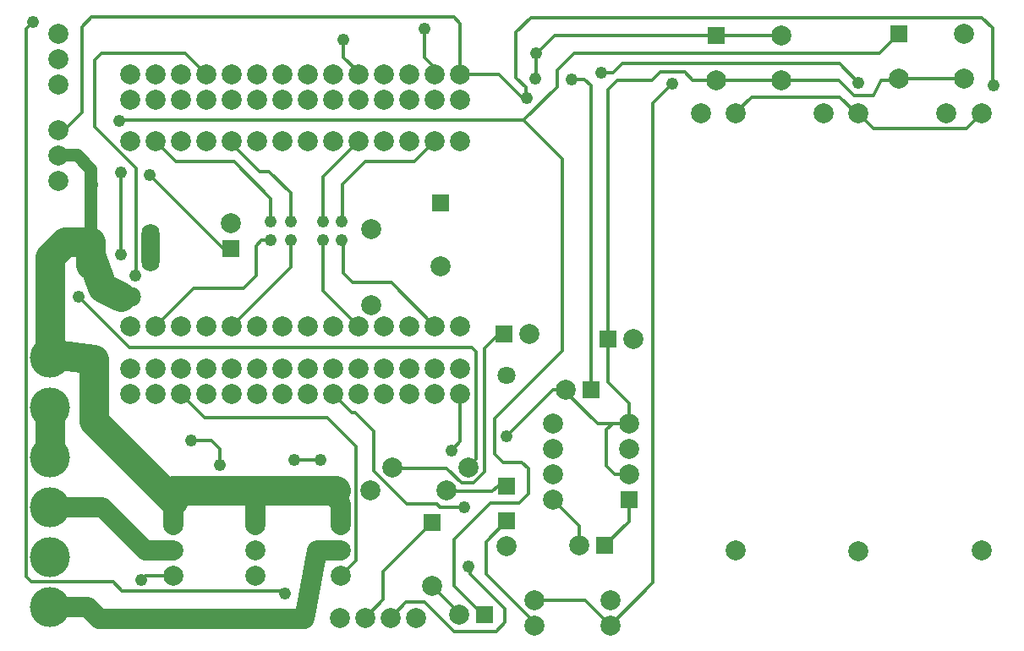
<source format=gbr>
G04 DipTrace 2.3.0.3*
%INBottom.gbr*%
%MOIN*%
%ADD13C,0.049*%
%ADD15C,0.0128*%
%ADD16C,0.079*%
%ADD17C,0.118*%
%ADD18C,0.0787*%
%ADD19C,0.013*%
%ADD23C,0.0787*%
%ADD24R,0.07X0.07*%
%ADD25C,0.0709*%
%ADD26O,0.0709X0.189*%
%ADD27O,0.0787X0.1575*%
%ADD28O,0.1575X0.0787*%
%ADD29C,0.079*%
%ADD31C,0.1575*%
%FSLAX44Y44*%
G04*
G70*
G90*
G75*
G01*
%LNBottom*%
%LPD*%
X38887Y26219D2*
D15*
X41446D1*
X31669Y26149D2*
X34229D1*
X36523D1*
X37105Y25567D1*
X37879D1*
X38180Y26149D1*
X38817D1*
X38887Y26219D1*
X10277Y8625D2*
D16*
Y9576D1*
D17*
X7141Y12711D1*
Y15139D1*
X5358Y15380D1*
X5407Y15216D1*
X16889Y8633D2*
D18*
Y9441D1*
X16326Y10003D1*
X13493D1*
Y8615D1*
X10277Y9576D2*
D17*
Y10003D1*
X13493D1*
X31669Y26149D2*
D19*
X30751D1*
X30428Y26501D1*
X29487D1*
X29135Y26149D1*
X27767D1*
X27407Y25789D1*
Y15965D1*
X28243Y12619D2*
X27594D1*
X27347Y12373D1*
Y10946D1*
X27674Y10619D1*
X28243D1*
X21579Y13780D2*
Y11917D1*
X21228Y11566D1*
X28243Y12619D2*
X26999D1*
X25648Y13971D1*
X25737D1*
X27407Y15965D2*
Y14253D1*
X28243Y13417D1*
Y12619D1*
X20477Y6215D2*
X21553Y5139D1*
Y5094D1*
X5407Y15216D2*
D17*
Y19184D1*
X6012Y19790D1*
X7015D1*
Y19544D1*
X8196Y17615D2*
X7484Y17998D1*
X7032Y19204D1*
X7015Y18900D1*
Y19544D1*
D18*
D3*
D17*
D3*
X5757Y23195D2*
D13*
Y23210D1*
X6468D1*
X7015Y22663D1*
Y22067D1*
Y19790D1*
X16665Y10003D2*
D17*
X13493D1*
X25737Y13971D2*
D19*
X25258D1*
X23416Y12128D1*
X7039Y22067D2*
D13*
X7015D1*
X24215Y25446D2*
D19*
Y25559D1*
X24166Y25510D1*
Y25880D1*
X23791Y26255D1*
Y28067D1*
X24361Y28637D1*
X42152D1*
X42580Y28208D1*
Y25942D1*
X42605D1*
X21579Y26375D2*
X23108D1*
X24037Y25446D1*
X24215D1*
X21915Y7003D2*
X21978D1*
Y6696D1*
X23356Y5318D1*
Y4779D1*
X22997Y4421D1*
X21357D1*
X20191Y5587D1*
X19449D1*
X18828Y4966D1*
X42132Y24851D2*
X41539Y24258D1*
X37880D1*
X37291Y24847D1*
X37200D1*
X36542Y25504D1*
X33067D1*
X32446Y24884D1*
Y24851D1*
X21579Y26375D2*
Y28393D1*
X21326Y28646D1*
X7055D1*
X6671Y28262D1*
Y24886D1*
X5979Y24195D1*
X5757D1*
X16903Y20604D2*
D15*
X16951Y20556D1*
Y22040D1*
X17854Y22942D1*
X19770D1*
X20578Y23750D1*
X16160Y20591D2*
X16182D1*
Y22354D1*
X17578Y23750D1*
X14910Y20591D2*
Y21714D1*
X14052Y22572D1*
X13660D1*
X12560Y23672D1*
Y23750D1*
X12578D1*
X14097Y20591D2*
X13959D1*
X14108Y20442D1*
Y21498D1*
X12665Y22942D1*
X10386D1*
X9578Y23750D1*
X14097Y19841D2*
X13751D1*
X13544Y19633D1*
Y18466D1*
X13049Y17971D1*
X11083D1*
X9579Y16468D1*
X14910Y19841D2*
Y18798D1*
X12579Y16468D1*
X16160Y19841D2*
X16191D1*
Y17857D1*
X17579Y16468D1*
X16903Y19841D2*
X16966Y19903D1*
Y18556D1*
X17336Y18186D1*
X18861D1*
X20579Y16468D1*
X5407Y13247D2*
D17*
Y11279D1*
X16070Y11190D2*
D19*
X15040D1*
Y11191D1*
X21894Y10903D2*
D15*
X22214Y11224D1*
Y15444D1*
X22030Y15629D1*
X8527D1*
X6531Y17624D1*
X20477Y8715D2*
D19*
X18535Y6774D1*
Y5673D1*
X17828Y4966D1*
X8217Y22513D2*
Y19376D1*
X8117Y19270D1*
X8202Y19298D1*
X8769Y18441D2*
X8809Y18627D1*
Y22688D1*
X7191Y24306D1*
Y26964D1*
X7451Y27224D1*
X10731D1*
X11579Y26375D1*
X12102Y11003D2*
Y11628D1*
X11789Y11941D1*
X10977D1*
X9010Y6464D2*
X9171Y6625D1*
X10277D1*
X10579Y13780D2*
X11514Y12845D1*
X16347D1*
X17478Y11715D1*
Y7222D1*
X16889Y6633D1*
X27139Y26451D2*
X27596D1*
X27978Y26833D1*
X36526D1*
X37292Y26067D1*
X21728Y9316D2*
X20790D1*
X20663Y9443D1*
X19475D1*
X18180Y10739D1*
Y12319D1*
X17458Y13040D1*
X17319D1*
X16579Y13780D1*
X23415Y8781D2*
X22603Y7969D1*
Y6690D1*
X24510Y4783D1*
Y4662D1*
X23416Y10164D2*
X23061D1*
X22841Y9944D1*
X21055D1*
Y9977D1*
X27284Y7806D2*
X28243Y8765D1*
Y9619D1*
X26284Y7806D2*
Y8578D1*
X25243Y9619D1*
X24510Y5652D2*
X26521D1*
X27510Y4662D1*
X20165Y28193D2*
Y27067D1*
X20857Y26375D1*
X20579D1*
X27510Y4662D2*
X29188Y6340D1*
Y25264D1*
X29946Y26023D1*
X23308Y16155D2*
D15*
Y16189D1*
X23150D1*
X22538Y15577D1*
Y10708D1*
X22125Y10294D1*
X21627D1*
X21050Y10871D1*
X18985D1*
X18929Y10903D1*
X18894D1*
X4742Y28455D2*
D19*
X4469Y28181D1*
Y6599D1*
X4681Y6386D1*
X7899D1*
X8253Y6032D1*
X14572D1*
X14688Y5916D1*
X9349Y22438D2*
Y22419D1*
X12243Y19525D1*
X12542D1*
X10277Y7625D2*
D18*
X9175D1*
X7490Y9310D1*
X5407D1*
X16889Y7633D2*
X15946D1*
X15429Y4929D1*
X7354D1*
X6910Y5373D1*
X5407D1*
X31669Y27921D2*
D15*
X34229D1*
X31669D2*
D19*
X25297D1*
X24609Y27234D1*
X24563D1*
X16977Y27755D2*
Y27067D1*
X17669Y26375D1*
X17579D1*
X24531Y26218D2*
X24563D1*
Y27234D1*
X26737Y13971D2*
Y25941D1*
X26489Y26188D1*
X25992D1*
X8140Y24563D2*
D15*
Y24576D1*
X21966D1*
D19*
X24086D1*
X25617Y23046D1*
Y15492D1*
X22952Y12828D1*
Y11432D1*
X23283Y11101D1*
X24018D1*
X24267Y10852D1*
Y9848D1*
X23894Y9475D1*
X22778D1*
X21353Y8050D1*
Y6227D1*
X22485Y5094D1*
X22553D1*
X38887Y27991D2*
X38107Y27210D1*
X26069D1*
X25400Y26542D1*
Y25889D1*
X24086Y24576D1*
D13*
X6531Y17624D3*
X14097Y20591D3*
X14910D3*
X14097Y19841D3*
X14910D3*
X16903Y20604D3*
Y19841D3*
X16160D3*
Y20591D3*
X27139Y26451D3*
X37292Y26067D3*
X8202Y19298D3*
X8217Y22513D3*
X23416Y12128D3*
X7039Y22067D3*
X9349Y22438D3*
X8140Y24563D3*
X21228Y11566D3*
X24215Y25446D3*
X15040Y11191D3*
X16070Y11190D3*
X8769Y18441D3*
X10977Y11941D3*
X12102Y11003D3*
X9010Y6464D3*
X21728Y9316D3*
X29946Y26023D3*
X20165Y28193D3*
X16977Y27755D3*
X24563Y27234D3*
X24531Y26218D3*
X25992Y26188D3*
X42605Y25942D3*
X21915Y7003D3*
X14688Y5916D3*
X4742Y28455D3*
D23*
X5757Y24195D3*
Y23195D3*
Y22195D3*
Y27995D3*
Y26995D3*
Y25995D3*
D24*
X23415Y8781D3*
D16*
Y7781D3*
D24*
X27284Y7806D3*
D16*
X26284D3*
X24308Y16155D3*
D24*
X23308D3*
D16*
X20477Y6215D3*
D24*
Y8715D3*
D16*
X21553Y5094D3*
D24*
X22553D3*
D16*
X25737Y13971D3*
D24*
X26737D3*
D16*
X20799Y18815D3*
D24*
Y21315D3*
X23416Y10164D3*
D25*
Y14514D3*
D23*
X13493Y8615D3*
Y7615D3*
Y6615D3*
X10277Y8625D3*
Y7625D3*
Y6625D3*
X16889Y8633D3*
Y7633D3*
Y6633D3*
X8578Y23750D3*
X9578D3*
X10578D3*
X11578D3*
X12578D3*
X13578D3*
X14578D3*
X15578D3*
X16578D3*
X17578D3*
X18578D3*
X19578D3*
X20578D3*
X21578D3*
X21579Y16468D3*
X20579D3*
X19579D3*
X18579D3*
X17579D3*
X16579D3*
X15579D3*
X14579D3*
X13579D3*
X12579D3*
X11579D3*
X10579D3*
X9579D3*
X8579D3*
X21579Y26375D3*
X20579D3*
X19579D3*
X18579D3*
X17579D3*
X16579D3*
X15579D3*
X14579D3*
X13579D3*
X12579D3*
X11579D3*
X10579D3*
X9579D3*
X8579D3*
Y25375D3*
X9579D3*
X10579D3*
X11579D3*
X12579D3*
X13579D3*
X14579D3*
X15579D3*
X16579D3*
X17579D3*
X18579D3*
X19579D3*
X20579D3*
X21579D3*
Y14780D3*
X20579D3*
X19579D3*
X18579D3*
X17579D3*
X16579D3*
X15579D3*
X14579D3*
X13579D3*
X12579D3*
X11579D3*
X10579D3*
X9579D3*
X8579D3*
Y13780D3*
X9579D3*
X10579D3*
X11579D3*
X12579D3*
X13579D3*
X14579D3*
X15579D3*
X16579D3*
X17579D3*
X18579D3*
X19579D3*
X20579D3*
X21579D3*
D26*
X9377Y19544D3*
D27*
X7015D3*
D28*
X8196Y17615D3*
D16*
X28407Y15965D3*
D24*
X27407D3*
X28243Y9619D3*
D29*
Y10619D3*
Y11619D3*
Y12619D3*
X25243D3*
Y11619D3*
Y10619D3*
Y9619D3*
D24*
X12542Y19525D3*
D29*
Y20525D3*
D16*
X18055Y9977D3*
D29*
X21055D3*
D16*
X27510Y5652D3*
D29*
X24510D3*
D16*
X27510Y4662D3*
D29*
X24510D3*
D16*
X21894Y10903D3*
D29*
X18894D3*
D16*
X18067Y17305D3*
D29*
Y20305D3*
D24*
X31669Y27921D3*
D29*
Y26149D3*
X34229D3*
Y27921D3*
D24*
X38887Y27991D3*
D29*
Y26219D3*
X41446D3*
Y27991D3*
D23*
X42132Y24851D3*
X40754D3*
X42132Y7607D3*
X37291Y24847D3*
X35913D3*
X37291Y7603D3*
X32446Y24851D3*
X31068D3*
X32446Y7607D3*
X19828Y4966D3*
X18828D3*
X17828D3*
X16828D3*
D31*
X5407Y15216D3*
Y13247D3*
Y11279D3*
Y9310D3*
Y7342D3*
Y5373D3*
M02*

</source>
